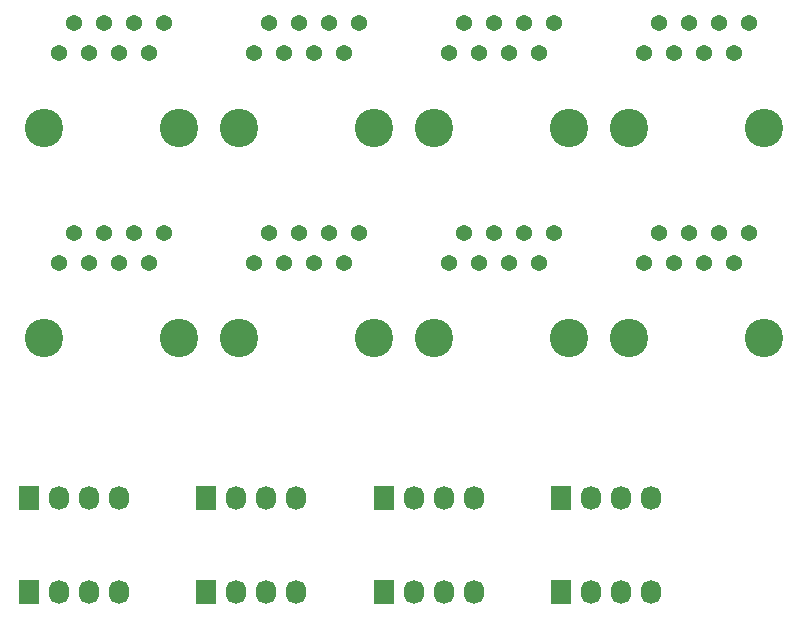
<source format=gbr>
G04 #@! TF.FileFunction,Soldermask,Bot*
%FSLAX46Y46*%
G04 Gerber Fmt 4.6, Leading zero omitted, Abs format (unit mm)*
G04 Created by KiCad (PCBNEW (2015-05-23 BZR 5679)-product) date Wednesday, May 27, 2015 'PMt' 12:22:29 PM*
%MOMM*%
G01*
G04 APERTURE LIST*
%ADD10C,0.100000*%
%ADD11R,1.727200X2.032000*%
%ADD12O,1.727200X2.032000*%
%ADD13C,1.371600*%
%ADD14C,3.250000*%
G04 APERTURE END LIST*
D10*
D11*
X159780000Y-136270000D03*
D12*
X162320000Y-136270000D03*
X164860000Y-136270000D03*
X167400000Y-136270000D03*
D11*
X174780000Y-128270000D03*
D12*
X177320000Y-128270000D03*
X179860000Y-128270000D03*
X182400000Y-128270000D03*
D11*
X189780000Y-136270000D03*
D12*
X192320000Y-136270000D03*
X194860000Y-136270000D03*
X197400000Y-136270000D03*
D11*
X174780000Y-136270000D03*
D12*
X177320000Y-136270000D03*
X179860000Y-136270000D03*
X182400000Y-136270000D03*
D11*
X144780000Y-136270000D03*
D12*
X147320000Y-136270000D03*
X149860000Y-136270000D03*
X152400000Y-136270000D03*
D11*
X189780000Y-128270000D03*
D12*
X192320000Y-128270000D03*
X194860000Y-128270000D03*
X197400000Y-128270000D03*
D11*
X159780000Y-128270000D03*
D12*
X162320000Y-128270000D03*
X164860000Y-128270000D03*
X167400000Y-128270000D03*
D13*
X156210000Y-88070000D03*
X153670000Y-88070000D03*
X147320000Y-90610000D03*
X148590000Y-88070000D03*
X149860000Y-90610000D03*
X151130000Y-88070000D03*
X152400000Y-90610000D03*
X154940000Y-90610000D03*
D14*
X146050000Y-96960000D03*
X157480000Y-96960000D03*
D11*
X144780000Y-128270000D03*
D12*
X147320000Y-128270000D03*
X149860000Y-128270000D03*
X152400000Y-128270000D03*
D13*
X172720000Y-88070000D03*
X170180000Y-88070000D03*
X163830000Y-90610000D03*
X165100000Y-88070000D03*
X166370000Y-90610000D03*
X167640000Y-88070000D03*
X168910000Y-90610000D03*
X171450000Y-90610000D03*
D14*
X162560000Y-96960000D03*
X173990000Y-96960000D03*
D13*
X189230000Y-88070000D03*
X186690000Y-88070000D03*
X180340000Y-90610000D03*
X181610000Y-88070000D03*
X182880000Y-90610000D03*
X184150000Y-88070000D03*
X185420000Y-90610000D03*
X187960000Y-90610000D03*
D14*
X179070000Y-96960000D03*
X190500000Y-96960000D03*
D13*
X205740000Y-88070000D03*
X203200000Y-88070000D03*
X196850000Y-90610000D03*
X198120000Y-88070000D03*
X199390000Y-90610000D03*
X200660000Y-88070000D03*
X201930000Y-90610000D03*
X204470000Y-90610000D03*
D14*
X195580000Y-96960000D03*
X207010000Y-96960000D03*
D13*
X156210000Y-105850000D03*
X153670000Y-105850000D03*
X147320000Y-108390000D03*
X148590000Y-105850000D03*
X149860000Y-108390000D03*
X151130000Y-105850000D03*
X152400000Y-108390000D03*
X154940000Y-108390000D03*
D14*
X146050000Y-114740000D03*
X157480000Y-114740000D03*
D13*
X172720000Y-105850000D03*
X170180000Y-105850000D03*
X163830000Y-108390000D03*
X165100000Y-105850000D03*
X166370000Y-108390000D03*
X167640000Y-105850000D03*
X168910000Y-108390000D03*
X171450000Y-108390000D03*
D14*
X162560000Y-114740000D03*
X173990000Y-114740000D03*
D13*
X189230000Y-105850000D03*
X186690000Y-105850000D03*
X180340000Y-108390000D03*
X181610000Y-105850000D03*
X182880000Y-108390000D03*
X184150000Y-105850000D03*
X185420000Y-108390000D03*
X187960000Y-108390000D03*
D14*
X179070000Y-114740000D03*
X190500000Y-114740000D03*
D13*
X205740000Y-105850000D03*
X203200000Y-105850000D03*
X196850000Y-108390000D03*
X198120000Y-105850000D03*
X199390000Y-108390000D03*
X200660000Y-105850000D03*
X201930000Y-108390000D03*
X204470000Y-108390000D03*
D14*
X195580000Y-114740000D03*
X207010000Y-114740000D03*
M02*

</source>
